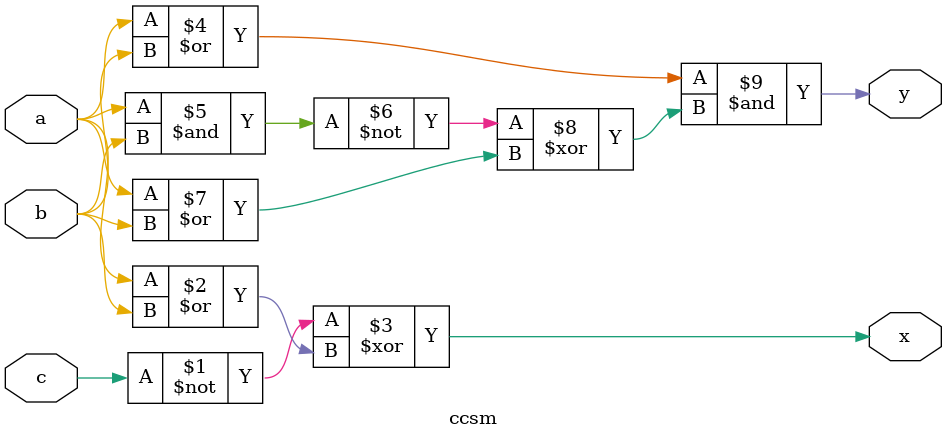
<source format=sv>
`timescale 1ns / 1ps


module ccsm (output x,y ,input  a, b,c);
      assign x=(~c)^(a | b);
      assign y=(a| b) & (~(a&b)^ (a | b));
endmodule

</source>
